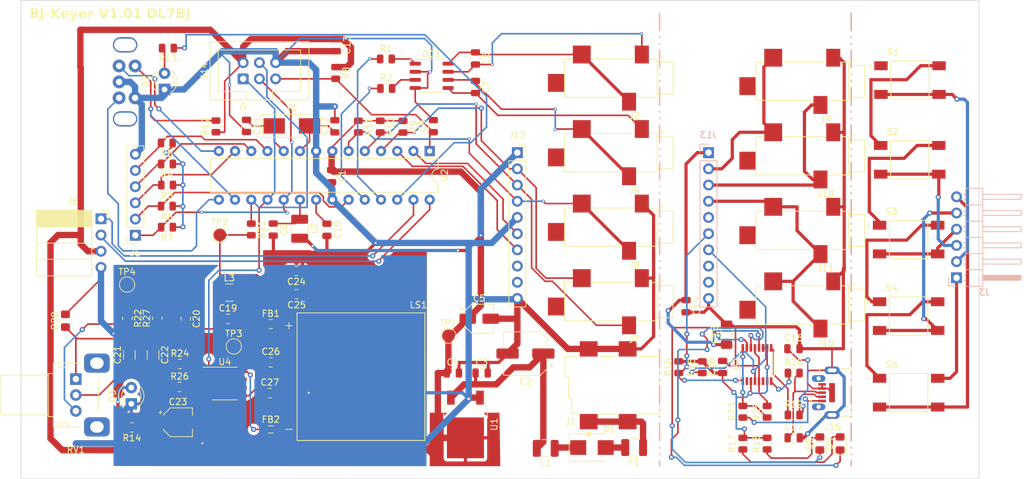
<source format=kicad_pcb>
(kicad_pcb (version 20221018) (generator pcbnew)

  (general
    (thickness 1.6)
  )

  (paper "A4")
  (title_block
    (comment 4 "AISLER Project ID: MMGPWGQA")
  )

  (layers
    (0 "F.Cu" signal)
    (31 "B.Cu" signal)
    (32 "B.Adhes" user "B.Adhesive")
    (33 "F.Adhes" user "F.Adhesive")
    (34 "B.Paste" user)
    (35 "F.Paste" user)
    (36 "B.SilkS" user "B.Silkscreen")
    (37 "F.SilkS" user "F.Silkscreen")
    (38 "B.Mask" user)
    (39 "F.Mask" user)
    (40 "Dwgs.User" user "User.Drawings")
    (41 "Cmts.User" user "User.Comments")
    (42 "Eco1.User" user "User.Eco1")
    (43 "Eco2.User" user "User.Eco2")
    (44 "Edge.Cuts" user)
    (45 "Margin" user)
    (46 "B.CrtYd" user "B.Courtyard")
    (47 "F.CrtYd" user "F.Courtyard")
    (48 "B.Fab" user)
    (49 "F.Fab" user)
    (50 "User.1" user)
    (51 "User.2" user)
    (52 "User.3" user)
    (53 "User.4" user)
    (54 "User.5" user)
    (55 "User.6" user)
    (56 "User.7" user)
    (57 "User.8" user)
    (58 "User.9" user)
  )

  (setup
    (pad_to_mask_clearance 0)
    (pcbplotparams
      (layerselection 0x00010fc_ffffffff)
      (plot_on_all_layers_selection 0x0000000_00000000)
      (disableapertmacros false)
      (usegerberextensions false)
      (usegerberattributes true)
      (usegerberadvancedattributes true)
      (creategerberjobfile true)
      (dashed_line_dash_ratio 12.000000)
      (dashed_line_gap_ratio 3.000000)
      (svgprecision 4)
      (plotframeref false)
      (viasonmask false)
      (mode 1)
      (useauxorigin false)
      (hpglpennumber 1)
      (hpglpenspeed 20)
      (hpglpendiameter 15.000000)
      (dxfpolygonmode true)
      (dxfimperialunits true)
      (dxfusepcbnewfont true)
      (psnegative false)
      (psa4output false)
      (plotreference true)
      (plotvalue true)
      (plotinvisibletext false)
      (sketchpadsonfab false)
      (subtractmaskfromsilk false)
      (outputformat 1)
      (mirror false)
      (drillshape 1)
      (scaleselection 1)
      (outputdirectory "")
    )
  )

  (net 0 "")
  (net 1 "+5V")
  (net 2 "GND")
  (net 3 "Net-(U1-VI)")
  (net 4 "Net-(C6-Pad1)")
  (net 5 "Net-(C6-Pad2)")
  (net 6 "Net-(C7-Pad1)")
  (net 7 "Net-(C7-Pad2)")
  (net 8 "Net-(U2-AVCC)")
  (net 9 "/~{RESET}")
  (net 10 "Net-(U2-AREF)")
  (net 11 "Net-(U2-XTAL2{slash}PB7)")
  (net 12 "Net-(U2-XTAL1{slash}PB6)")
  (net 13 "+5VA")
  (net 14 "GNDA")
  (net 15 "Net-(U3-3V3OUT)")
  (net 16 "Net-(C19-Pad1)")
  (net 17 "Net-(C19-Pad2)")
  (net 18 "Net-(C20-Pad1)")
  (net 19 "Net-(C21-Pad1)")
  (net 20 "Net-(C21-Pad2)")
  (net 21 "Net-(C22-Pad2)")
  (net 22 "Net-(C26-Pad1)")
  (net 23 "Net-(C27-Pad1)")
  (net 24 "Net-(D1-K)")
  (net 25 "Net-(D1-A)")
  (net 26 "Net-(D2-A)")
  (net 27 "Net-(D3-A)")
  (net 28 "Net-(D4-K)")
  (net 29 "Net-(D4-A)")
  (net 30 "Net-(D5-K)")
  (net 31 "Net-(D5-A)")
  (net 32 "Net-(U4-OUT+)")
  (net 33 "Net-(U4-OUT-)")
  (net 34 "Net-(J3-Pin_1)")
  (net 35 "Net-(J3-Pin_2)")
  (net 36 "Net-(J3-Pin_3)")
  (net 37 "Net-(J3-Pin_4)")
  (net 38 "GND1")
  (net 39 "/Mem 4")
  (net 40 "/Mem 3")
  (net 41 "/Mem 2")
  (net 42 "/Mem 1")
  (net 43 "/Left Paddle")
  (net 44 "/Right Paddle")
  (net 45 "/Straight Key")
  (net 46 "/TxD")
  (net 47 "/RxD")
  (net 48 "unconnected-(J12-Pin_8-Pad8)")
  (net 49 "unconnected-(J12-Pin_9-Pad9)")
  (net 50 "Net-(J13-Pin_4)")
  (net 51 "unconnected-(J13-Pin_5-Pad5)")
  (net 52 "Net-(J13-Pin_6)")
  (net 53 "Net-(J13-Pin_7)")
  (net 54 "unconnected-(J13-Pin_8-Pad8)")
  (net 55 "unconnected-(J13-Pin_9-Pad9)")
  (net 56 "/~{AUDIO SD}")
  (net 57 "/AUDIO")
  (net 58 "Net-(OC1-Pad1)")
  (net 59 "Net-(OC1-Pad3)")
  (net 60 "/TRX 1")
  (net 61 "/TRX 2")
  (net 62 "Net-(U2-PB2)")
  (net 63 "/Key")
  (net 64 "Net-(U3-USBDM)")
  (net 65 "Net-(U3-USBDP)")
  (net 66 "Net-(J3-Pin_5)")
  (net 67 "Net-(U3-CBUS3)")
  (net 68 "Net-(U4-IN+)")
  (net 69 "Net-(U4-IN-)")
  (net 70 "Net-(U2-PB0)")
  (net 71 "Net-(U2-PB1)")
  (net 72 "unconnected-(U3-~{RTS}-Pad2)")
  (net 73 "unconnected-(U3-~{CTS}-Pad6)")
  (net 74 "unconnected-(U3-CBUS2-Pad7)")
  (net 75 "unconnected-(U4-NC-Pad2)")
  (net 76 "unconnected-(J2-Pad4)")
  (net 77 "unconnected-(J4-Pad4)")
  (net 78 "unconnected-(J8-Pad4)")
  (net 79 "unconnected-(J7-Pad4)")
  (net 80 "unconnected-(J9-Pad4)")
  (net 81 "unconnected-(J10-Pad4)")
  (net 82 "unconnected-(J11-Pad4)")
  (net 83 "unconnected-(J15-Pad4)")
  (net 84 "/+7-15V")
  (net 85 "/Ext Left Paddle")
  (net 86 "/Ext Right Paddle")
  (net 87 "Net-(J3-Pin_6)")
  (net 88 "/Mem 5")
  (net 89 "Net-(R3-Pad1)")
  (net 90 "Net-(R22-Pad2)")
  (net 91 "Net-(S1-Pad3)")
  (net 92 "Net-(S2-Pad3)")
  (net 93 "Net-(S3-Pad3)")
  (net 94 "Net-(S4-Pad3)")
  (net 95 "Net-(J16-D-)")
  (net 96 "Net-(J16-D+)")
  (net 97 "Net-(J16-VCC)")
  (net 98 "unconnected-(J16-SHIELD__1-PadSH2)")
  (net 99 "unconnected-(J16-SHIELD__4-PadSH5)")
  (net 100 "/SDA")
  (net 101 "/SCL")
  (net 102 "Net-(C22-Pad1)")

  (footprint "Package_SO:SO-8_3.9x4.9mm_P1.27mm" (layer "F.Cu") (at 31.9182 60.071))

  (footprint "Capacitor_SMD:CP_Elec_6.3x5.9" (layer "F.Cu") (at 78.994 55.372 180))

  (footprint "Resistor_SMD:R_0805_2012Metric" (layer "F.Cu") (at 36.068 35.9175 -90))

  (footprint "Resistor_SMD:R_0805_2012Metric" (layer "F.Cu") (at 24.892 56.9976))

  (footprint "Resistor_SMD:R_0805_2012Metric" (layer "F.Cu") (at 121 58.42))

  (footprint "MountingHole:MountingHole_3.2mm_M3_DIN965" (layer "F.Cu") (at 139.192 5.5))

  (footprint "Resistor_SMD:R_0805_2012Metric" (layer "F.Cu") (at 30.5308 19.7631 90))

  (footprint "Diode_SMD:D_SMB" (layer "F.Cu") (at 89.408 70.104))

  (footprint "Resistor_SMD:R_0805_2012Metric" (layer "F.Cu") (at 116.84 64.4925 90))

  (footprint "Capacitor_SMD:C_0805_2012Metric" (layer "F.Cu") (at 43.1648 46.0756 180))

  (footprint "Resistor_SMD:R_0805_2012Metric" (layer "F.Cu") (at 22.8365 22.352 180))

  (footprint "Inductor_SMD:L_0805_2012Metric_Pad1.15x1.40mm_HandSolder" (layer "F.Cu") (at 39.116 50.7492))

  (footprint "Capacitor_SMD:C_0805_2012Metric" (layer "F.Cu") (at 120.965 54.61))

  (footprint "Capacitor_SMD:C_0805_2012Metric" (layer "F.Cu") (at 72.136 58.42))

  (footprint "BJ-Keyer:CUI_SJ-3524-SMT" (layer "F.Cu") (at 126.0905 47.752 180))

  (footprint "LED_THT:LED_D3.0mm" (layer "F.Cu") (at 17.272 63.251 90))

  (footprint "Capacitor_SMD:C_0805_2012Metric" (layer "F.Cu") (at 109.855 57.47 90))

  (footprint "Resistor_SMD:R_0805_2012Metric" (layer "F.Cu") (at 113.03 64.4925 90))

  (footprint "Resistor_SMD:R_0805_2012Metric" (layer "F.Cu") (at 22.86 35.56 180))

  (footprint "Capacitor_SMD:C_0805_2012Metric" (layer "F.Cu") (at 43.1292 42.418 180))

  (footprint "BJ-Keyer:CUI_SJ-3524-SMT" (layer "F.Cu") (at 96.1185 23.876 180))

  (footprint "Resistor_SMD:R_0805_2012Metric" (layer "F.Cu") (at 22.8365 32.258 180))

  (footprint "BJ-Keyer:CUI_UJ2-MIBH2-4-SMT" (layer "F.Cu") (at 125.45 62.8 180))

  (footprint "Capacitor_SMD:C_0805_2012Metric" (layer "F.Cu") (at 49.149 19.751 90))

  (footprint "Resistor_SMD:R_0805_2012Metric" (layer "F.Cu") (at 113.03 69.4925 90))

  (footprint "Connector_IDC:IDC-Header_2x03_P2.54mm_Vertical" (layer "F.Cu") (at 34.793 12.3095 90))

  (footprint "LED_THT:LED_D3.0mm" (layer "F.Cu") (at 22.479 13.975 90))

  (footprint "BJ-Keyer:CUI_PJ-002BH-SMT-TR" (layer "F.Cu") (at 88.9 66.04 180))

  (footprint "Capacitor_SMD:C_0805_2012Metric" (layer "F.Cu") (at 121 68.58))

  (footprint "Capacitor_SMD:CP_Elec_4x4.5" (layer "F.Cu") (at 24.5872 66.1416))

  (footprint "Connector_PinSocket_2.54mm:PinSocket_1x06_P2.54mm_Vertical" (layer "F.Cu") (at 17.907 36.83 180))

  (footprint "Capacitor_SMD:C_0805_2012Metric" (layer "F.Cu") (at 35.306 19.685 -90))

  (footprint "BJ-Keyer:SW_TS04-66-85-BK-160-SMT" (layer "F.Cu") (at 139.17 25))

  (footprint "Resistor_SMD:R_0805_2012Metric" (layer "F.Cu") (at 16.6624 49.8367 -90))

  (footprint "BJ-Keyer:RotaryEncoder_EC11B-Horizontal-Dual" (layer "F.Cu") (at 16.617 12.787 -90))

  (footprint "BJ-Keyer:CUI_SJ-3524-SMT" (layer "F.Cu") (at 126.0905 12.7 180))

  (footprint "Capacitor_SMD:C_0805_2012Metric" (layer "F.Cu") (at 25.8064 49.9212 -90))

  (footprint "Capacitor_SMD:C_0805_2012Metric" (layer "F.Cu") (at 38.9636 61.5696))

  (footprint "Connector_PinSocket_2.54mm:PinSocket_1x04_P2.54mm_Horizontal" (layer "F.Cu") (at 12.528 34.25))

  (footprint "TestPoint:TestPoint_Pad_D2.0mm" (layer "F.Cu") (at 16.6116 44.5516))

  (footprint "LED_SMD:LED_0805_2012Metric_Pad1.15x1.40mm_HandSolder" (layer "F.Cu") (at 128.27 69.46 90))

  (footprint "TestPoint:TestPoint_Pad_D2.0mm" (layer "F.Cu") (at 31.1404 36.7792))

  (footprint "Crystal:Crystal_SMD_Abracon_ABM3-2Pin_5.0x3.2mm_HandSoldering" (layer "F.Cu") (at 42.418 19.685))

  (footprint "TestPoint:TestPoint_Pad_D2.0mm" (layer "F.Cu") (at 66.929 52.578))

  (footprint "BJ-Keyer:CUI_SJ-3524-SMT" (layer "F.Cu") (at 96.1185 35.56 180))

  (footprint "Resistor_SMD:R_0805_2012Metric" (layer "F.Cu")
    (tstamp 6e0f1e76-dcae-4b74-aad6-1e9bef2d7f7c)
    (at 121 65)
    (descr "Resistor SMD 0805 (2012 Metric), square (rectangular) end terminal, IPC_7351 nominal, (Body size source: IPC-SM-782 page 72, https://www.pcb-3d.com/wordpress/wp-content/uploads/ipc-sm-782a_amendment_1_and_2.pdf), generated with kicad-footprint-generator")
    (tags "resistor")
    (property "Sheetfile" "BJ-Keyer.kicad_sch")
    (property "Sheetname" "")
    (property "ki_description" "Resistor, small symbol")
    (property "ki_keywords" "R resistor")
    (path "/213189ac-cab8-412e-bd23-b4d3970aff5f")
    (attr smd)
    (fp_text reference "R19" (at 0 -1.65) (layer "F.SilkS")
        (effects (font (size 1 1) (thickness 0.15)))
      (tstamp a46827b3-590c-46eb-b904-88753a8eb480)
    )
    (fp_text value "27R" (at -0.0075 2) (layer "F.Fab")
        (effects (font (size 1 1) (thickness 0.15)))
      (tstamp 034f5a92-64c1-42a7-90f9-3fea1bcf59e1)
    )
    (fp_text user "${REFERENCE}" (at 0 0) (layer "F.Fab")
        (effects (font (size 0.5 0.5) (thickness 0.08)))
      (tstamp 167d906d-cf98-4638-8ec8-24d3d180abc0)
    )
    (fp_line (start -0.227064 -0.735) (end 0.227064 -0.735)
      (stroke (width 0.12) (type solid)) (layer "F.SilkS") (tstamp 6cda67c8-8a52-432b-b374-689c68bee443))
    (fp_line (start -0.227064 0.735) (end 0.227064 0.735)
      (stroke (width 0.12) (type solid)) (layer "F.SilkS") (tstamp 8cba8be4-891a-48e0-b01b-91f837578927))
    (fp_line (start -1.68 -0.95) (end 1.68 -0.95)
      (stroke (width 0.05) (type solid)) (layer "F.CrtYd") (tstamp 58794803-41eb-4b67-a56c-f44361c8c88b))
    (fp_line (start -1.68 0.95) (end -1.68 -0.95)
      (stroke (width 0.05) (type solid)) (layer "F.CrtYd") (tstamp d629b208-9459-4152-9990-d813c19a
... [538068 chars truncated]
</source>
